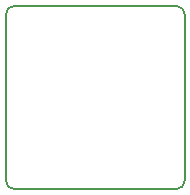
<source format=gm1>
G04 Layer_Color=16711935*
%FSLAX44Y44*%
%MOMM*%
G71*
G01*
G75*
%ADD16C,0.2000*%
D16*
X152400Y148590D02*
G03*
X145034Y155956I-7366J0D01*
G01*
X8128D02*
G03*
X762Y148590I0J-7366D01*
G01*
X145034Y762D02*
G03*
X152400Y8128I0J7366D01*
G01*
X762D02*
G03*
X8128Y762I7366J0D01*
G01*
Y155956D02*
X145034D01*
X152400Y8128D02*
Y148590D01*
X8128Y762D02*
X145034D01*
X762Y8128D02*
Y148590D01*
M02*

</source>
